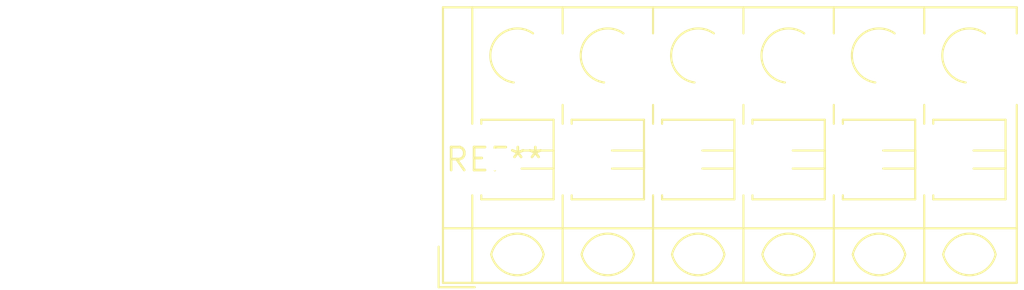
<source format=kicad_pcb>
(kicad_pcb (version 20240108) (generator pcbnew)
  (layers (0 "F.Cu" signal) (31 "B.Cu" signal) (34 "B.Paste" user) (35 "F.Paste" user) (36 "B.SilkS" user "B.Silkscreen") (37 "F.SilkS" user "F.Silkscreen") (38 "B.Mask" user) (39 "F.Mask" user) (44 "Edge.Cuts" user))
  (net 0 "")
  (footprint "TerminalBlock_WAGO_804-106_1x06_P5.00mm_45Degree" (layer "F.Cu") (at 0 0)
    (property "Reference" "REF**")
    (property "Value" "TerminalBlock_WAGO_804-106_1x06_P5.00mm_45Degree")
    (fp_line (start -3.11 4.82) (end -3.11 7.06) (layer "F.SilkS") (stroke (width 0.12)))
    (fp_line (start -3.11 7.06) (end -1.11 7.06) (layer "F.SilkS") (stroke (width 0.12)))
    (fp_line (start -2.87 -8.42) (end -2.87 6.82) (layer "F.SilkS") (stroke (width 0.12)))
    (fp_line (start -2.87 -8.42) (end 28.87 -8.42) (layer "F.SilkS") (stroke (width 0.12)))
    (fp_line (start -2.87 3.8) (end 28.87 3.8) (layer "F.SilkS") (stroke (width 0.12)))
    (fp_line (start -2.87 6.82) (end 28.87 6.82) (layer "F.SilkS") (stroke (width 0.12)))
    (fp_line (start -1.25 -8.42) (end -1.25 -1.98) (layer "F.SilkS") (stroke (width 0.12)))
    (fp_line (start -1.25 1.98) (end -1.25 6.82) (layer "F.SilkS") (stroke (width 0.12)))
    (fp_line (start -0.75 -2.2) (end -0.75 -1.98) (layer "F.SilkS") (stroke (width 0.12)))
    (fp_line (start -0.75 -2.2) (end 3.25 -2.2) (layer "F.SilkS") (stroke (width 0.12)))
    (fp_line (start -0.75 1.98) (end -0.75 2.2) (layer "F.SilkS") (stroke (width 0.12)))
    (fp_line (start -0.75 2.2) (end 3.25 2.2) (layer "F.SilkS") (stroke (width 0.12)))
    (fp_line (start 1.48 -0.5) (end 3.25 -0.5) (layer "F.SilkS") (stroke (width 0.12)))
    (fp_line (start 1.48 0.5) (end 3.25 0.5) (layer "F.SilkS") (stroke (width 0.12)))
    (fp_line (start 3.25 -2.2) (end 3.25 2.2) (layer "F.SilkS") (stroke (width 0.12)))
    (fp_line (start 3.25 -0.5) (end 3.25 0.5) (layer "F.SilkS") (stroke (width 0.12)))
    (fp_line (start 3.75 -8.42) (end 3.75 -6.98) (layer "F.SilkS") (stroke (width 0.12)))
    (fp_line (start 3.75 -3.02) (end 3.75 -1.98) (layer "F.SilkS") (stroke (width 0.12)))
    (fp_line (start 3.75 1.98) (end 3.75 6.82) (layer "F.SilkS") (stroke (width 0.12)))
    (fp_line (start 4.25 -2.2) (end 4.25 -1.98) (layer "F.SilkS") (stroke (width 0.12)))
    (fp_line (start 4.25 -2.2) (end 8.25 -2.2) (layer "F.SilkS") (stroke (width 0.12)))
    (fp_line (start 4.25 1.98) (end 4.25 2.2) (layer "F.SilkS") (stroke (width 0.12)))
    (fp_line (start 4.25 2.2) (end 8.25 2.2) (layer "F.SilkS") (stroke (width 0.12)))
    (fp_line (start 6.48 -0.5) (end 8.25 -0.5) (layer "F.SilkS") (stroke (width 0.12)))
    (fp_line (start 6.48 0.5) (end 8.25 0.5) (layer "F.SilkS") (stroke (width 0.12)))
    (fp_line (start 8.25 -2.2) (end 8.25 2.2) (layer "F.SilkS") (stroke (width 0.12)))
    (fp_line (start 8.25 -0.5) (end 8.25 0.5) (layer "F.SilkS") (stroke (width 0.12)))
    (fp_line (start 8.75 -8.42) (end 8.75 -6.98) (layer "F.SilkS") (stroke (width 0.12)))
    (fp_line (start 8.75 -3.02) (end 8.75 -1.98) (layer "F.SilkS") (stroke (width 0.12)))
    (fp_line (start 8.75 1.98) (end 8.75 6.82) (layer "F.SilkS") (stroke (width 0.12)))
    (fp_line (start 9.25 -2.2) (end 9.25 -1.98) (layer "F.SilkS") (stroke (width 0.12)))
    (fp_line (start 9.25 -2.2) (end 13.25 -2.2) (layer "F.SilkS") (stroke (width 0.12)))
    (fp_line (start 9.25 1.98) (end 9.25 2.2) (layer "F.SilkS") (stroke (width 0.12)))
    (fp_line (start 9.25 2.2) (end 13.25 2.2) (layer "F.SilkS") (stroke (width 0.12)))
    (fp_line (start 11.48 -0.5) (end 13.25 -0.5) (layer "F.SilkS") (stroke (width 0.12)))
    (fp_line (start 11.48 0.5) (end 13.25 0.5) (layer "F.SilkS") (stroke (width 0.12)))
    (fp_line (start 13.25 -2.2) (end 13.25 2.2) (layer "F.SilkS") (stroke (width 0.12)))
    (fp_line (start 13.25 -0.5) (end 13.25 0.5) (layer "F.SilkS") (stroke (width 0.12)))
    (fp_line (start 13.75 -8.42) (end 13.75 -6.98) (layer "F.SilkS") (stroke (width 0.12)))
    (fp_line (start 13.75 -3.02) (end 13.75 -1.98) (layer "F.SilkS") (stroke (width 0.12)))
    (fp_line (start 13.75 1.98) (end 13.75 6.82) (layer "F.SilkS") (stroke (width 0.12)))
    (fp_line (start 14.25 -2.2) (end 14.25 -1.98) (layer "F.SilkS") (stroke (width 0.12)))
    (fp_line (start 14.25 -2.2) (end 18.25 -2.2) (layer "F.SilkS") (stroke (width 0.12)))
    (fp_line (start 14.25 1.98) (end 14.25 2.2) (layer "F.SilkS") (stroke (width 0.12)))
    (fp_line (start 14.25 2.2) (end 18.25 2.2) (layer "F.SilkS") (stroke (width 0.12)))
    (fp_line (start 16.48 -0.5) (end 18.25 -0.5) (layer "F.SilkS") (stroke (width 0.12)))
    (fp_line (start 16.48 0.5) (end 18.25 0.5) (layer "F.SilkS") (stroke (width 0.12)))
    (fp_line (start 18.25 -2.2) (end 18.25 2.2) (layer "F.SilkS") (stroke (width 0.12)))
    (fp_line (start 18.25 -0.5) (end 18.25 0.5) (layer "F.SilkS") (stroke (width 0.12)))
    (fp_line (start 18.75 -8.42) (end 18.75 -6.98) (layer "F.SilkS") (stroke (width 0.12)))
    (fp_line (start 18.75 -3.02) (end 18.75 -1.98) (layer "F.SilkS") (stroke (width 0.12)))
    (fp_line (start 18.75 1.98) (end 18.75 6.82) (layer "F.SilkS") (stroke (width 0.12)))
    (fp_line (start 19.25 -2.2) (end 19.25 -1.98) (layer "F.SilkS") (stroke (width 0.12)))
    (fp_line (start 19.25 -2.2) (end 23.25 -2.2) (layer "F.SilkS") (stroke (width 0.12)))
    (fp_line (start 19.25 1.98) (end 19.25 2.2) (layer "F.SilkS") (stroke (width 0.12)))
    (fp_line (start 19.25 2.2) (end 23.25 2.2) (layer "F.SilkS") (stroke (width 0.12)))
    (fp_line (start 21.48 -0.5) (end 23.25 -0.5) (layer "F.SilkS") (stroke (width 0.12)))
    (fp_line (start 21.48 0.5) (end 23.25 0.5) (layer "F.SilkS") (stroke (width 0.12)))
    (fp_line (start 23.25 -2.2) (end 23.25 2.2) (layer "F.SilkS") (stroke (width 0.12)))
    (fp_line (start 23.25 -0.5) (end 23.25 0.5) (layer "F.SilkS") (stroke (width 0.12)))
    (fp_line (start 23.75 -8.42) (end 23.75 -6.98) (layer "F.SilkS") (stroke (width 0.12)))
    (fp_line (start 23.75 -3.02) (end 23.75 -1.98) (layer "F.SilkS") (stroke (width 0.12)))
    (fp_line (start 23.75 1.98) (end 23.75 6.82) (layer "F.SilkS") (stroke (width 0.12)))
    (fp_line (start 24.25 -2.2) (end 24.25 -1.98) (layer "F.SilkS") (stroke (width 0.12)))
    (fp_line (start 24.25 -2.2) (end 28.25 -2.2) (layer "F.SilkS") (stroke (width 0.12)))
    (fp_line (start 24.25 1.98) (end 24.25 2.2) (layer "F.SilkS") (stroke (width 0.12)))
    (fp_line (start 24.25 2.2) (end 28.25 2.2) (layer "F.SilkS") (stroke (width 0.12)))
    (fp_line (start 26.48 -0.5) (end 28.25 -0.5) (layer "F.SilkS") (stroke (width 0.12)))
    (fp_line (start 26.48 0.5) (end 28.25 0.5) (layer "F.SilkS") (stroke (width 0.12)))
    (fp_line (start 28.25 -2.2) (end 28.25 2.2) (layer "F.SilkS") (stroke (width 0.12)))
    (fp_line (start 28.25 -0.5) (end 28.25 0.5) (layer "F.SilkS") (stroke (width 0.12)))
    (fp_line (start 28.87 -8.42) (end 28.87 -6.98) (layer "F.SilkS") (stroke (width 0.12)))
    (fp_line (start 28.87 -3.02) (end 28.87 6.82) (layer "F.SilkS") (stroke (width 0.12)))
    (fp_arc (start -0.200865 5.250424) (mid 1.250296 4.099926) (end 2.701 5.251) (layer "F.SilkS") (stroke (width 0.12)))
    (fp_arc (start 1.040798 -4.264067) (mid -0.146039 -6.300306) (end 2.111 -6.979) (layer "F.SilkS") (stroke (width 0.12)))
    (fp_arc (start 2.7 5.25) (mid 1.250068 6.400101) (end -0.199969 5.250133) (layer "F.SilkS") (stroke (width 0.12)))
    (fp_arc (start 4.799135 5.250424) (mid 6.250296 4.099926) (end 7.701 5.251) (layer "F.SilkS") (stroke (width 0.12)))
    (fp_arc (start 6.040798 -4.264067) (mid 4.853961 -6.300306) (end 7.111 -6.979) (layer "F.SilkS") (stroke (width 0.12)))
    (fp_arc (start 7.7 5.25) (mid 6.250068 6.400101) (end 4.800031 5.250133) (layer "F.SilkS") (stroke (width 0.12)))
    (fp_arc (start 9.799135 5.250424) (mid 11.250296 4.099926) (end 12.701 5.251) (layer "F.SilkS") (stroke (width 0.12)))
    (fp_arc (start 11.040798 -4.264067) (mid 9.853961 -6.300306) (end 12.111 -6.979) (layer "F.SilkS") (stroke (width 0.12)))
    (fp_arc (start 12.7 5.25) (mid 11.250068 6.400101) (end 9.800031 5.250133) (layer "F.SilkS") (stroke (width 0.12)))
    (fp_arc (start 14.799135 5.250424) (mid 16.250296 4.099926) (end 17.701 5.251) (layer "F.SilkS") (stroke (width 0.12)))
    (fp_arc (start 16.040798 -4.264067) (mid 14.853961 -6.300306) (end 17.111 -6.979) (layer "F.SilkS") (stroke (width 0.12)))
    (fp_arc (start 17.7 5.25) (mid 16.250068 6.400101) (end 14.800031 5.250133) (layer "F.SilkS") (stroke (width 0.12)))
    (fp_arc (start 19.799135 5.250424) (mid 21.250296 4.099926) (end 22.701 5.251) (layer "F.SilkS") (stroke (width 0.12)))
    (fp_arc (start 21.040798 -4.264067) (mid 19.853961 -6.300306) (end 22.111 -6.979) (layer "F.SilkS") (stroke (width 0.12)))
    (fp_arc (start 22.7 5.25) (mid 21.250068 6.400101) (end 19.800031 5.250133) (layer "F.SilkS") (stroke (width 0.12)))
    (fp_arc (start 24.799135 5.250424) (mid 26.250296 4.099926) (end 27.701 5.251) (layer "F.SilkS") (stroke (width 0.12)))
    (fp_arc (start 26.040798 -4.264067) (mid 24.853961 -6.300306) (end 27.111 -6.979) (layer "F.SilkS") (stroke (width 0.12)))
    (fp_arc (start 27.7 5.25) (mid 26.250068 6.400101) (end 24.800031 5.250133) (layer "F.SilkS") (stroke (width 0.12)))
    (pad "1" thru_hole rect (at 0 0) (size 2 3) (drill 1.2) (layers *.Cu *.Mask) (remove_unused_layers))
    (pad "1" thru_hole rect (at 2.5 -5) (size 2 3) (drill 1.2) (layers *.Cu *.Mask) (remove_unused_layers))
    (pad "2" thru_hole oval (at 5 0) (size 2 3) (drill 1.2) (layers *.Cu *.Mask) (remove_unused_layers))
    (pad "2" thru_hole oval (at 7.5 -5) (size 2 3) (drill 1.2) (layers *.Cu *.Mask) (remove_unused_layers))
    (pad "3" thru_hole oval (at 10 0) (size 2 3) (drill 1.2) (layers *.Cu *.Mask) (remove_unused_layers))
    (pad "3" thru_hole oval (at 12.5 -5) (size 2 3) (drill 1.2) (layers *.Cu *.Mask) (remove_unused_layers))
    (pad "4" thru_hole oval (at 15 0) (size 2 3) (drill 1.2) (layers *.Cu *.Mask) (remove_unused_layers))
    (pad "4" thru_hole oval (at 17.5 -5) (size 2 3) (drill 1.2) (layers *.Cu *.Mask) (remove_unused_layers))
    (pad "5" thru_hole oval (at 20 0) (size 2 3) (drill 1.2) (layers *.Cu *.Mask) (remove_unused_layers))
    (pad "5" thru_hole oval (at 22.5 -5) (size 2 3) (drill 1.2) (layers *.Cu *.Mask) (remove_unused_layers))
    (pad "6" thru_hole oval (at 25 0) (size 2 3) (drill 1.2) (layers *.Cu *.Mask) (remove_unused_layers))
    (pad "6" thru_hole oval (at 27.5 -5) (size 2 3) (drill 1.2) (layers *.Cu *.Mask) (remove_unused_layers))
  )
)
</source>
